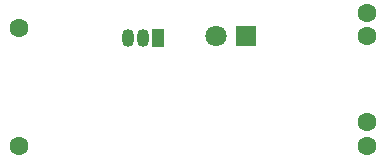
<source format=gbr>
%TF.GenerationSoftware,KiCad,Pcbnew,9.0.1*%
%TF.CreationDate,2025-07-03T13:01:24+03:00*%
%TF.ProjectId,Fan,46616e2e-6b69-4636-9164-5f7063625858,rev?*%
%TF.SameCoordinates,Original*%
%TF.FileFunction,Soldermask,Bot*%
%TF.FilePolarity,Negative*%
%FSLAX46Y46*%
G04 Gerber Fmt 4.6, Leading zero omitted, Abs format (unit mm)*
G04 Created by KiCad (PCBNEW 9.0.1) date 2025-07-03 13:01:24*
%MOMM*%
%LPD*%
G01*
G04 APERTURE LIST*
%ADD10C,1.800000*%
%ADD11R,1.800000X1.800000*%
%ADD12C,1.600000*%
%ADD13R,1.050000X1.500000*%
%ADD14O,1.050000X1.500000*%
G04 APERTURE END LIST*
D10*
%TO.C,Q1*%
X118423800Y-55710000D03*
D11*
X120963800Y-55710000D03*
%TD*%
D12*
%TO.C,C1*%
X131250000Y-53750000D03*
X131250000Y-55750000D03*
%TD*%
%TO.C,C3*%
X131250000Y-63000000D03*
X131250000Y-65000000D03*
%TD*%
%TO.C,C2*%
X101750000Y-55000000D03*
X101750000Y-65000000D03*
%TD*%
D13*
%TO.C,D5*%
X113520000Y-55860000D03*
D14*
X112250000Y-55860000D03*
X110980000Y-55860000D03*
%TD*%
M02*

</source>
